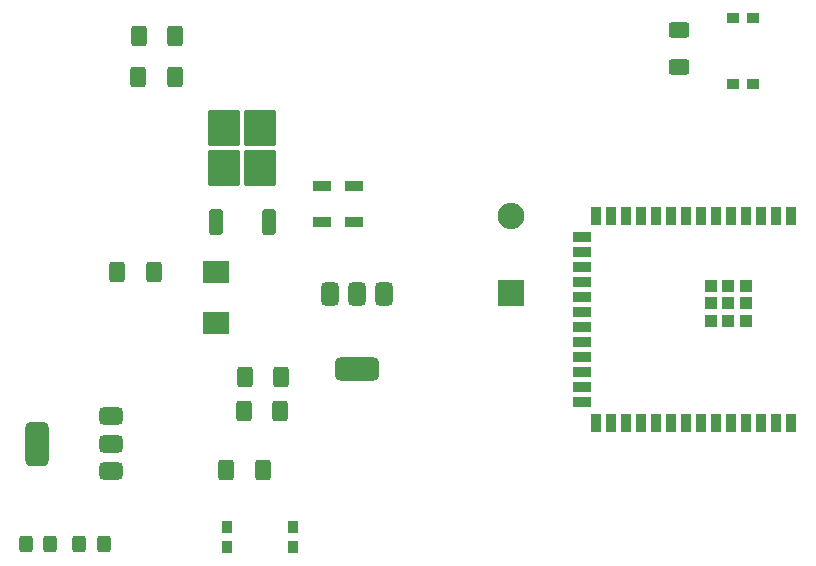
<source format=gbr>
%TF.GenerationSoftware,KiCad,Pcbnew,8.0.5*%
%TF.CreationDate,2024-10-15T22:54:43-04:00*%
%TF.ProjectId,ESP32-Uno-Board-v2,45535033-322d-4556-9e6f-2d426f617264,rev?*%
%TF.SameCoordinates,Original*%
%TF.FileFunction,Paste,Top*%
%TF.FilePolarity,Positive*%
%FSLAX46Y46*%
G04 Gerber Fmt 4.6, Leading zero omitted, Abs format (unit mm)*
G04 Created by KiCad (PCBNEW 8.0.5) date 2024-10-15 22:54:43*
%MOMM*%
%LPD*%
G01*
G04 APERTURE LIST*
G04 Aperture macros list*
%AMRoundRect*
0 Rectangle with rounded corners*
0 $1 Rounding radius*
0 $2 $3 $4 $5 $6 $7 $8 $9 X,Y pos of 4 corners*
0 Add a 4 corners polygon primitive as box body*
4,1,4,$2,$3,$4,$5,$6,$7,$8,$9,$2,$3,0*
0 Add four circle primitives for the rounded corners*
1,1,$1+$1,$2,$3*
1,1,$1+$1,$4,$5*
1,1,$1+$1,$6,$7*
1,1,$1+$1,$8,$9*
0 Add four rect primitives between the rounded corners*
20,1,$1+$1,$2,$3,$4,$5,0*
20,1,$1+$1,$4,$5,$6,$7,0*
20,1,$1+$1,$6,$7,$8,$9,0*
20,1,$1+$1,$8,$9,$2,$3,0*%
G04 Aperture macros list end*
%ADD10RoundRect,0.375000X-0.375000X0.625000X-0.375000X-0.625000X0.375000X-0.625000X0.375000X0.625000X0*%
%ADD11RoundRect,0.500000X-1.400000X0.500000X-1.400000X-0.500000X1.400000X-0.500000X1.400000X0.500000X0*%
%ADD12RoundRect,0.375000X0.625000X0.375000X-0.625000X0.375000X-0.625000X-0.375000X0.625000X-0.375000X0*%
%ADD13RoundRect,0.500000X0.500000X1.400000X-0.500000X1.400000X-0.500000X-1.400000X0.500000X-1.400000X0*%
%ADD14RoundRect,0.250000X0.350000X-0.850000X0.350000X0.850000X-0.350000X0.850000X-0.350000X-0.850000X0*%
%ADD15RoundRect,0.250000X1.125000X-1.275000X1.125000X1.275000X-1.125000X1.275000X-1.125000X-1.275000X0*%
%ADD16R,1.600000X0.855600*%
%ADD17RoundRect,0.250000X0.400000X0.625000X-0.400000X0.625000X-0.400000X-0.625000X0.400000X-0.625000X0*%
%ADD18R,2.250000X2.250000*%
%ADD19O,2.250000X2.250000*%
%ADD20RoundRect,0.250000X0.625000X-0.400000X0.625000X0.400000X-0.625000X0.400000X-0.625000X-0.400000X0*%
%ADD21R,0.990600X0.838200*%
%ADD22R,0.838200X0.990600*%
%ADD23RoundRect,0.250000X-0.400000X-0.625000X0.400000X-0.625000X0.400000X0.625000X-0.400000X0.625000X0*%
%ADD24RoundRect,0.250000X-0.325000X-0.450000X0.325000X-0.450000X0.325000X0.450000X-0.325000X0.450000X0*%
%ADD25R,0.900000X1.500000*%
%ADD26R,1.500000X0.900000*%
%ADD27R,1.000000X1.000000*%
%ADD28R,2.260600X1.879600*%
G04 APERTURE END LIST*
D10*
%TO.C,U3*%
X142550000Y-129350000D03*
X140250000Y-129350000D03*
X137950000Y-129350000D03*
D11*
X140250000Y-135650000D03*
%TD*%
D12*
%TO.C,U2*%
X119400000Y-144300000D03*
X119400000Y-142000000D03*
X119400000Y-139700000D03*
D13*
X113100000Y-142000000D03*
%TD*%
D14*
%TO.C,Q1*%
X128250000Y-123250000D03*
D15*
X129005000Y-118625000D03*
X132055000Y-118625000D03*
X129005000Y-115275000D03*
X132055000Y-115275000D03*
D14*
X132810000Y-123250000D03*
%TD*%
D16*
%TO.C,C2*%
X137250000Y-123277801D03*
X137250000Y-120222199D03*
%TD*%
D17*
%TO.C,R6*%
X133750000Y-139250000D03*
X130650000Y-139250000D03*
%TD*%
D18*
%TO.C,SW2*%
X153250000Y-129250000D03*
D19*
X153250000Y-122750000D03*
%TD*%
D20*
%TO.C,R5*%
X167500000Y-110100000D03*
X167500000Y-107000000D03*
%TD*%
D21*
%TO.C,BTN2*%
X172024998Y-111549999D03*
X172024998Y-105950001D03*
X173725000Y-111549999D03*
X173725000Y-105950001D03*
%TD*%
D17*
%TO.C,R7*%
X133830000Y-136335000D03*
X130730000Y-136335000D03*
%TD*%
D22*
%TO.C,SW4*%
X129200001Y-149024998D03*
X134799999Y-149024998D03*
X129200001Y-150725000D03*
X134799999Y-150725000D03*
%TD*%
D23*
%TO.C,R1*%
X121750000Y-107500000D03*
X124850000Y-107500000D03*
%TD*%
D24*
%TO.C,D2*%
X116725000Y-150500000D03*
X118775000Y-150500000D03*
%TD*%
%TO.C,D3*%
X112225000Y-150500000D03*
X114275000Y-150500000D03*
%TD*%
D25*
%TO.C,U1*%
X177010000Y-122735000D03*
X175740000Y-122735000D03*
X174470000Y-122735000D03*
X173200000Y-122735000D03*
X171930000Y-122735000D03*
X170660000Y-122735000D03*
X169390000Y-122735000D03*
X168120000Y-122735000D03*
X166850000Y-122735000D03*
X165580000Y-122735000D03*
X164310000Y-122735000D03*
X163040000Y-122735000D03*
X161770000Y-122735000D03*
X160500000Y-122735000D03*
D26*
X159250000Y-124500000D03*
X159250000Y-125770000D03*
X159250000Y-127040000D03*
X159250000Y-128310000D03*
X159250000Y-129580000D03*
X159250000Y-130850000D03*
X159250000Y-132120000D03*
X159250000Y-133390000D03*
X159250000Y-134660000D03*
X159250000Y-135930000D03*
X159250000Y-137200000D03*
X159250000Y-138470000D03*
D25*
X160500000Y-140235000D03*
X161770000Y-140235000D03*
X163040000Y-140235000D03*
X164310000Y-140235000D03*
X165580000Y-140235000D03*
X166850000Y-140235000D03*
X168120000Y-140235000D03*
X169390000Y-140235000D03*
X170660000Y-140235000D03*
X171930000Y-140235000D03*
X173200000Y-140235000D03*
X174470000Y-140235000D03*
X175740000Y-140235000D03*
X177010000Y-140235000D03*
D27*
X171660000Y-130125000D03*
X171660000Y-128625000D03*
X171660000Y-131625000D03*
X170160000Y-128625000D03*
X170160000Y-130125000D03*
X170160000Y-131625000D03*
X173160000Y-128625000D03*
X173160000Y-130125000D03*
X173160000Y-131625000D03*
%TD*%
D23*
%TO.C,R4*%
X129150000Y-144250000D03*
X132250000Y-144250000D03*
%TD*%
D16*
%TO.C,C3*%
X140000000Y-120222199D03*
X140000000Y-123277801D03*
%TD*%
D23*
%TO.C,R2*%
X121700000Y-111000000D03*
X124800000Y-111000000D03*
%TD*%
D17*
%TO.C,R3*%
X123050000Y-127500000D03*
X119950000Y-127500000D03*
%TD*%
D28*
%TO.C,D1*%
X128250000Y-131803400D03*
X128250000Y-127485400D03*
%TD*%
M02*

</source>
